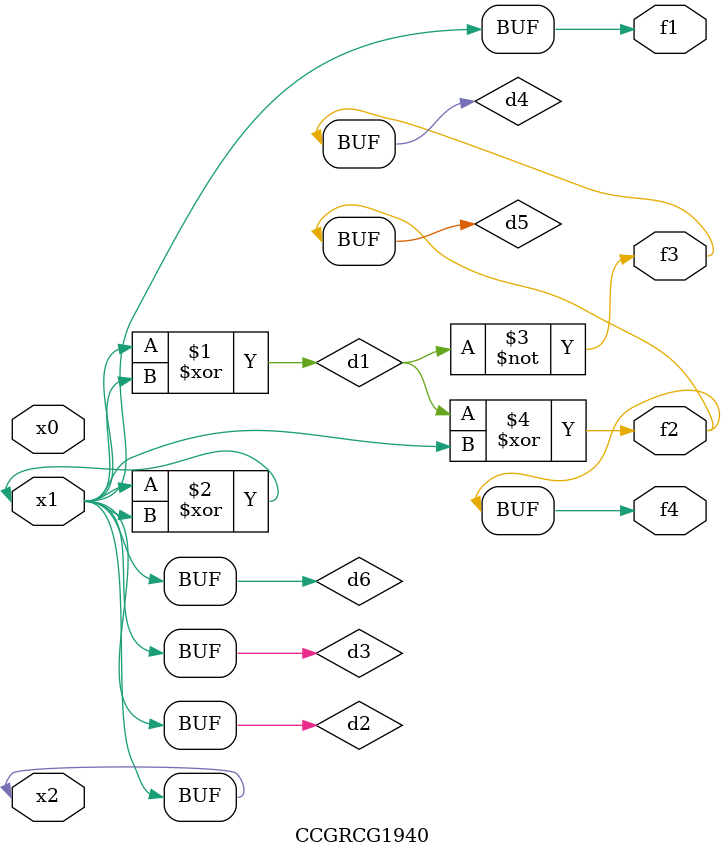
<source format=v>
module CCGRCG1940(
	input x0, x1, x2,
	output f1, f2, f3, f4
);

	wire d1, d2, d3, d4, d5, d6;

	xor (d1, x1, x2);
	buf (d2, x1, x2);
	xor (d3, x1, x2);
	nor (d4, d1);
	xor (d5, d1, d2);
	buf (d6, d2, d3);
	assign f1 = d6;
	assign f2 = d5;
	assign f3 = d4;
	assign f4 = d5;
endmodule

</source>
